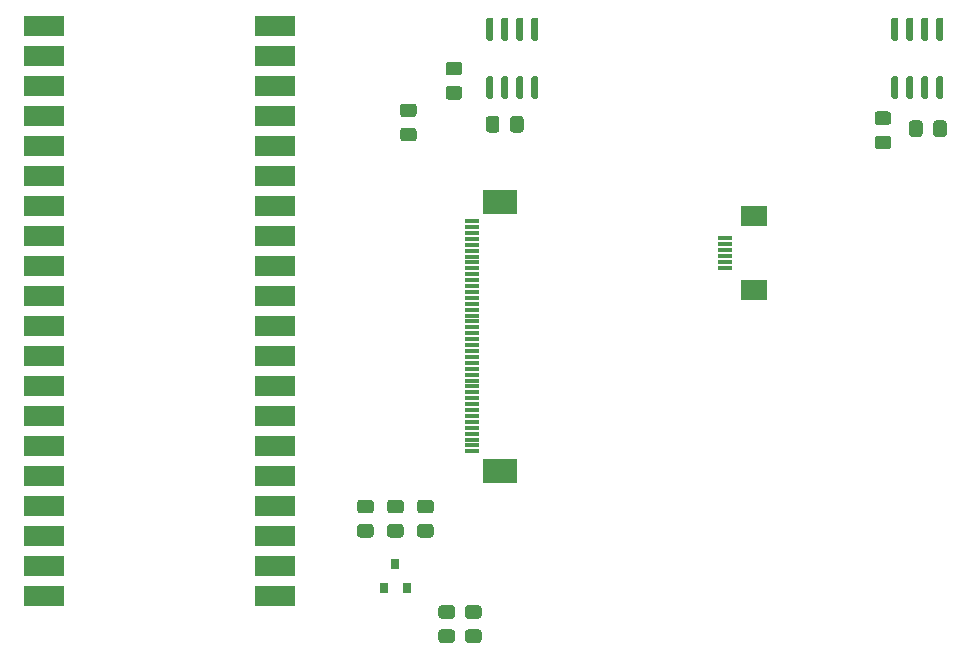
<source format=gtp>
G04 #@! TF.GenerationSoftware,KiCad,Pcbnew,(5.1.10-1-10_14)*
G04 #@! TF.CreationDate,2021-10-20T12:02:30-05:00*
G04 #@! TF.ProjectId,stepper_analyzer,73746570-7065-4725-9f61-6e616c797a65,rev?*
G04 #@! TF.SameCoordinates,Original*
G04 #@! TF.FileFunction,Paste,Top*
G04 #@! TF.FilePolarity,Positive*
%FSLAX46Y46*%
G04 Gerber Fmt 4.6, Leading zero omitted, Abs format (unit mm)*
G04 Created by KiCad (PCBNEW (5.1.10-1-10_14)) date 2021-10-20 12:02:30*
%MOMM*%
%LPD*%
G01*
G04 APERTURE LIST*
%ADD10R,3.500000X1.700000*%
%ADD11R,0.800000X0.900000*%
%ADD12R,3.000000X2.000000*%
%ADD13R,1.300000X0.300000*%
%ADD14R,2.200000X1.800000*%
G04 APERTURE END LIST*
G36*
G01*
X47760001Y4975000D02*
X46859999Y4975000D01*
G75*
G02*
X46610000Y5224999I0J249999D01*
G01*
X46610000Y5875001D01*
G75*
G02*
X46859999Y6125000I249999J0D01*
G01*
X47760001Y6125000D01*
G75*
G02*
X48010000Y5875001I0J-249999D01*
G01*
X48010000Y5224999D01*
G75*
G02*
X47760001Y4975000I-249999J0D01*
G01*
G37*
G36*
G01*
X47760001Y2925000D02*
X46859999Y2925000D01*
G75*
G02*
X46610000Y3174999I0J249999D01*
G01*
X46610000Y3825001D01*
G75*
G02*
X46859999Y4075000I249999J0D01*
G01*
X47760001Y4075000D01*
G75*
G02*
X48010000Y3825001I0J-249999D01*
G01*
X48010000Y3174999D01*
G75*
G02*
X47760001Y2925000I-249999J0D01*
G01*
G37*
D10*
X32790000Y6870000D03*
X32790000Y9410000D03*
X32790000Y11950000D03*
X32790000Y14490000D03*
X32790000Y17030000D03*
X32790000Y19570000D03*
X32790000Y22110000D03*
X32790000Y24650000D03*
X32790000Y27190000D03*
X32790000Y29730000D03*
X32790000Y32270000D03*
X32790000Y34810000D03*
X32790000Y37350000D03*
X32790000Y39890000D03*
X32790000Y42430000D03*
X32790000Y44970000D03*
X32790000Y47510000D03*
X32790000Y50050000D03*
X32790000Y52590000D03*
X32790000Y55130000D03*
X13210000Y6870000D03*
X13210000Y9410000D03*
X13210000Y11950000D03*
X13210000Y14490000D03*
X13210000Y17030000D03*
X13210000Y19570000D03*
X13210000Y22110000D03*
X13210000Y24650000D03*
X13210000Y27190000D03*
X13210000Y29730000D03*
X13210000Y32270000D03*
X13210000Y34810000D03*
X13210000Y37350000D03*
X13210000Y39890000D03*
X13210000Y42430000D03*
X13210000Y44970000D03*
X13210000Y47510000D03*
X13210000Y50050000D03*
X13210000Y52590000D03*
X13210000Y55130000D03*
G36*
G01*
X48367001Y50982000D02*
X47466999Y50982000D01*
G75*
G02*
X47217000Y51231999I0J249999D01*
G01*
X47217000Y51882001D01*
G75*
G02*
X47466999Y52132000I249999J0D01*
G01*
X48367001Y52132000D01*
G75*
G02*
X48617000Y51882001I0J-249999D01*
G01*
X48617000Y51231999D01*
G75*
G02*
X48367001Y50982000I-249999J0D01*
G01*
G37*
G36*
G01*
X48367001Y48932000D02*
X47466999Y48932000D01*
G75*
G02*
X47217000Y49181999I0J249999D01*
G01*
X47217000Y49832001D01*
G75*
G02*
X47466999Y50082000I249999J0D01*
G01*
X48367001Y50082000D01*
G75*
G02*
X48617000Y49832001I0J-249999D01*
G01*
X48617000Y49181999D01*
G75*
G02*
X48367001Y48932000I-249999J0D01*
G01*
G37*
G36*
G01*
X84689001Y46782000D02*
X83788999Y46782000D01*
G75*
G02*
X83539000Y47031999I0J249999D01*
G01*
X83539000Y47682001D01*
G75*
G02*
X83788999Y47932000I249999J0D01*
G01*
X84689001Y47932000D01*
G75*
G02*
X84939000Y47682001I0J-249999D01*
G01*
X84939000Y47031999D01*
G75*
G02*
X84689001Y46782000I-249999J0D01*
G01*
G37*
G36*
G01*
X84689001Y44732000D02*
X83788999Y44732000D01*
G75*
G02*
X83539000Y44981999I0J249999D01*
G01*
X83539000Y45632001D01*
G75*
G02*
X83788999Y45882000I249999J0D01*
G01*
X84689001Y45882000D01*
G75*
G02*
X84939000Y45632001I0J-249999D01*
G01*
X84939000Y44981999D01*
G75*
G02*
X84689001Y44732000I-249999J0D01*
G01*
G37*
G36*
G01*
X50010001Y4975000D02*
X49109999Y4975000D01*
G75*
G02*
X48860000Y5224999I0J249999D01*
G01*
X48860000Y5875001D01*
G75*
G02*
X49109999Y6125000I249999J0D01*
G01*
X50010001Y6125000D01*
G75*
G02*
X50260000Y5875001I0J-249999D01*
G01*
X50260000Y5224999D01*
G75*
G02*
X50010001Y4975000I-249999J0D01*
G01*
G37*
G36*
G01*
X50010001Y2925000D02*
X49109999Y2925000D01*
G75*
G02*
X48860000Y3174999I0J249999D01*
G01*
X48860000Y3825001D01*
G75*
G02*
X49109999Y4075000I249999J0D01*
G01*
X50010001Y4075000D01*
G75*
G02*
X50260000Y3825001I0J-249999D01*
G01*
X50260000Y3174999D01*
G75*
G02*
X50010001Y2925000I-249999J0D01*
G01*
G37*
D11*
X42964000Y9622000D03*
X43914000Y7622000D03*
X42014000Y7622000D03*
G36*
G01*
X44510001Y47450000D02*
X43609999Y47450000D01*
G75*
G02*
X43360000Y47699999I0J249999D01*
G01*
X43360000Y48350001D01*
G75*
G02*
X43609999Y48600000I249999J0D01*
G01*
X44510001Y48600000D01*
G75*
G02*
X44760000Y48350001I0J-249999D01*
G01*
X44760000Y47699999D01*
G75*
G02*
X44510001Y47450000I-249999J0D01*
G01*
G37*
G36*
G01*
X44510001Y45400000D02*
X43609999Y45400000D01*
G75*
G02*
X43360000Y45649999I0J249999D01*
G01*
X43360000Y46300001D01*
G75*
G02*
X43609999Y46550000I249999J0D01*
G01*
X44510001Y46550000D01*
G75*
G02*
X44760000Y46300001I0J-249999D01*
G01*
X44760000Y45649999D01*
G75*
G02*
X44510001Y45400000I-249999J0D01*
G01*
G37*
D12*
X51800000Y40300000D03*
X51800000Y17500000D03*
D13*
X49450000Y19150000D03*
X49450000Y19650000D03*
X49450000Y20150000D03*
X49450000Y20650000D03*
X49450000Y21150000D03*
X49450000Y21650000D03*
X49450000Y22150000D03*
X49450000Y22650000D03*
X49450000Y23150000D03*
X49450000Y23650000D03*
X49450000Y24150000D03*
X49450000Y24650000D03*
X49450000Y25150000D03*
X49450000Y25650000D03*
X49450000Y26150000D03*
X49450000Y26650000D03*
X49450000Y27150000D03*
X49450000Y27650000D03*
X49450000Y28150000D03*
X49450000Y28650000D03*
X49450000Y29150000D03*
X49450000Y29650000D03*
X49450000Y30150000D03*
X49450000Y30650000D03*
X49450000Y31150000D03*
X49450000Y31650000D03*
X49450000Y32150000D03*
X49450000Y32650000D03*
X49450000Y33150000D03*
X49450000Y33650000D03*
X49450000Y34150000D03*
X49450000Y34650000D03*
X49450000Y35150000D03*
X49450000Y35650000D03*
X49450000Y36150000D03*
X49450000Y36650000D03*
X49450000Y37150000D03*
X49450000Y37650000D03*
X49450000Y38150000D03*
X49450000Y38650000D03*
G36*
G01*
X88915000Y50935000D02*
X89215000Y50935000D01*
G75*
G02*
X89365000Y50785000I0J-150000D01*
G01*
X89365000Y49135000D01*
G75*
G02*
X89215000Y48985000I-150000J0D01*
G01*
X88915000Y48985000D01*
G75*
G02*
X88765000Y49135000I0J150000D01*
G01*
X88765000Y50785000D01*
G75*
G02*
X88915000Y50935000I150000J0D01*
G01*
G37*
G36*
G01*
X87645000Y50935000D02*
X87945000Y50935000D01*
G75*
G02*
X88095000Y50785000I0J-150000D01*
G01*
X88095000Y49135000D01*
G75*
G02*
X87945000Y48985000I-150000J0D01*
G01*
X87645000Y48985000D01*
G75*
G02*
X87495000Y49135000I0J150000D01*
G01*
X87495000Y50785000D01*
G75*
G02*
X87645000Y50935000I150000J0D01*
G01*
G37*
G36*
G01*
X86375000Y50935000D02*
X86675000Y50935000D01*
G75*
G02*
X86825000Y50785000I0J-150000D01*
G01*
X86825000Y49135000D01*
G75*
G02*
X86675000Y48985000I-150000J0D01*
G01*
X86375000Y48985000D01*
G75*
G02*
X86225000Y49135000I0J150000D01*
G01*
X86225000Y50785000D01*
G75*
G02*
X86375000Y50935000I150000J0D01*
G01*
G37*
G36*
G01*
X85105000Y50935000D02*
X85405000Y50935000D01*
G75*
G02*
X85555000Y50785000I0J-150000D01*
G01*
X85555000Y49135000D01*
G75*
G02*
X85405000Y48985000I-150000J0D01*
G01*
X85105000Y48985000D01*
G75*
G02*
X84955000Y49135000I0J150000D01*
G01*
X84955000Y50785000D01*
G75*
G02*
X85105000Y50935000I150000J0D01*
G01*
G37*
G36*
G01*
X85105000Y55885000D02*
X85405000Y55885000D01*
G75*
G02*
X85555000Y55735000I0J-150000D01*
G01*
X85555000Y54085000D01*
G75*
G02*
X85405000Y53935000I-150000J0D01*
G01*
X85105000Y53935000D01*
G75*
G02*
X84955000Y54085000I0J150000D01*
G01*
X84955000Y55735000D01*
G75*
G02*
X85105000Y55885000I150000J0D01*
G01*
G37*
G36*
G01*
X86375000Y55885000D02*
X86675000Y55885000D01*
G75*
G02*
X86825000Y55735000I0J-150000D01*
G01*
X86825000Y54085000D01*
G75*
G02*
X86675000Y53935000I-150000J0D01*
G01*
X86375000Y53935000D01*
G75*
G02*
X86225000Y54085000I0J150000D01*
G01*
X86225000Y55735000D01*
G75*
G02*
X86375000Y55885000I150000J0D01*
G01*
G37*
G36*
G01*
X87645000Y55885000D02*
X87945000Y55885000D01*
G75*
G02*
X88095000Y55735000I0J-150000D01*
G01*
X88095000Y54085000D01*
G75*
G02*
X87945000Y53935000I-150000J0D01*
G01*
X87645000Y53935000D01*
G75*
G02*
X87495000Y54085000I0J150000D01*
G01*
X87495000Y55735000D01*
G75*
G02*
X87645000Y55885000I150000J0D01*
G01*
G37*
G36*
G01*
X88915000Y55885000D02*
X89215000Y55885000D01*
G75*
G02*
X89365000Y55735000I0J-150000D01*
G01*
X89365000Y54085000D01*
G75*
G02*
X89215000Y53935000I-150000J0D01*
G01*
X88915000Y53935000D01*
G75*
G02*
X88765000Y54085000I0J150000D01*
G01*
X88765000Y55735000D01*
G75*
G02*
X88915000Y55885000I150000J0D01*
G01*
G37*
G36*
G01*
X54625000Y50935000D02*
X54925000Y50935000D01*
G75*
G02*
X55075000Y50785000I0J-150000D01*
G01*
X55075000Y49135000D01*
G75*
G02*
X54925000Y48985000I-150000J0D01*
G01*
X54625000Y48985000D01*
G75*
G02*
X54475000Y49135000I0J150000D01*
G01*
X54475000Y50785000D01*
G75*
G02*
X54625000Y50935000I150000J0D01*
G01*
G37*
G36*
G01*
X53355000Y50935000D02*
X53655000Y50935000D01*
G75*
G02*
X53805000Y50785000I0J-150000D01*
G01*
X53805000Y49135000D01*
G75*
G02*
X53655000Y48985000I-150000J0D01*
G01*
X53355000Y48985000D01*
G75*
G02*
X53205000Y49135000I0J150000D01*
G01*
X53205000Y50785000D01*
G75*
G02*
X53355000Y50935000I150000J0D01*
G01*
G37*
G36*
G01*
X52085000Y50935000D02*
X52385000Y50935000D01*
G75*
G02*
X52535000Y50785000I0J-150000D01*
G01*
X52535000Y49135000D01*
G75*
G02*
X52385000Y48985000I-150000J0D01*
G01*
X52085000Y48985000D01*
G75*
G02*
X51935000Y49135000I0J150000D01*
G01*
X51935000Y50785000D01*
G75*
G02*
X52085000Y50935000I150000J0D01*
G01*
G37*
G36*
G01*
X50815000Y50935000D02*
X51115000Y50935000D01*
G75*
G02*
X51265000Y50785000I0J-150000D01*
G01*
X51265000Y49135000D01*
G75*
G02*
X51115000Y48985000I-150000J0D01*
G01*
X50815000Y48985000D01*
G75*
G02*
X50665000Y49135000I0J150000D01*
G01*
X50665000Y50785000D01*
G75*
G02*
X50815000Y50935000I150000J0D01*
G01*
G37*
G36*
G01*
X50815000Y55885000D02*
X51115000Y55885000D01*
G75*
G02*
X51265000Y55735000I0J-150000D01*
G01*
X51265000Y54085000D01*
G75*
G02*
X51115000Y53935000I-150000J0D01*
G01*
X50815000Y53935000D01*
G75*
G02*
X50665000Y54085000I0J150000D01*
G01*
X50665000Y55735000D01*
G75*
G02*
X50815000Y55885000I150000J0D01*
G01*
G37*
G36*
G01*
X52085000Y55885000D02*
X52385000Y55885000D01*
G75*
G02*
X52535000Y55735000I0J-150000D01*
G01*
X52535000Y54085000D01*
G75*
G02*
X52385000Y53935000I-150000J0D01*
G01*
X52085000Y53935000D01*
G75*
G02*
X51935000Y54085000I0J150000D01*
G01*
X51935000Y55735000D01*
G75*
G02*
X52085000Y55885000I150000J0D01*
G01*
G37*
G36*
G01*
X53355000Y55885000D02*
X53655000Y55885000D01*
G75*
G02*
X53805000Y55735000I0J-150000D01*
G01*
X53805000Y54085000D01*
G75*
G02*
X53655000Y53935000I-150000J0D01*
G01*
X53355000Y53935000D01*
G75*
G02*
X53205000Y54085000I0J150000D01*
G01*
X53205000Y55735000D01*
G75*
G02*
X53355000Y55885000I150000J0D01*
G01*
G37*
G36*
G01*
X54625000Y55885000D02*
X54925000Y55885000D01*
G75*
G02*
X55075000Y55735000I0J-150000D01*
G01*
X55075000Y54085000D01*
G75*
G02*
X54925000Y53935000I-150000J0D01*
G01*
X54625000Y53935000D01*
G75*
G02*
X54475000Y54085000I0J150000D01*
G01*
X54475000Y55735000D01*
G75*
G02*
X54625000Y55885000I150000J0D01*
G01*
G37*
G36*
G01*
X88499000Y46017999D02*
X88499000Y46918001D01*
G75*
G02*
X88748999Y47168000I249999J0D01*
G01*
X89399001Y47168000D01*
G75*
G02*
X89649000Y46918001I0J-249999D01*
G01*
X89649000Y46017999D01*
G75*
G02*
X89399001Y45768000I-249999J0D01*
G01*
X88748999Y45768000D01*
G75*
G02*
X88499000Y46017999I0J249999D01*
G01*
G37*
G36*
G01*
X86449000Y46017999D02*
X86449000Y46918001D01*
G75*
G02*
X86698999Y47168000I249999J0D01*
G01*
X87349001Y47168000D01*
G75*
G02*
X87599000Y46918001I0J-249999D01*
G01*
X87599000Y46017999D01*
G75*
G02*
X87349001Y45768000I-249999J0D01*
G01*
X86698999Y45768000D01*
G75*
G02*
X86449000Y46017999I0J249999D01*
G01*
G37*
G36*
G01*
X52676000Y46398999D02*
X52676000Y47299001D01*
G75*
G02*
X52925999Y47549000I249999J0D01*
G01*
X53576001Y47549000D01*
G75*
G02*
X53826000Y47299001I0J-249999D01*
G01*
X53826000Y46398999D01*
G75*
G02*
X53576001Y46149000I-249999J0D01*
G01*
X52925999Y46149000D01*
G75*
G02*
X52676000Y46398999I0J249999D01*
G01*
G37*
G36*
G01*
X50626000Y46398999D02*
X50626000Y47299001D01*
G75*
G02*
X50875999Y47549000I249999J0D01*
G01*
X51526001Y47549000D01*
G75*
G02*
X51776000Y47299001I0J-249999D01*
G01*
X51776000Y46398999D01*
G75*
G02*
X51526001Y46149000I-249999J0D01*
G01*
X50875999Y46149000D01*
G75*
G02*
X50626000Y46398999I0J249999D01*
G01*
G37*
G36*
G01*
X40874001Y13898000D02*
X39973999Y13898000D01*
G75*
G02*
X39724000Y14147999I0J249999D01*
G01*
X39724000Y14798001D01*
G75*
G02*
X39973999Y15048000I249999J0D01*
G01*
X40874001Y15048000D01*
G75*
G02*
X41124000Y14798001I0J-249999D01*
G01*
X41124000Y14147999D01*
G75*
G02*
X40874001Y13898000I-249999J0D01*
G01*
G37*
G36*
G01*
X40874001Y11848000D02*
X39973999Y11848000D01*
G75*
G02*
X39724000Y12097999I0J249999D01*
G01*
X39724000Y12748001D01*
G75*
G02*
X39973999Y12998000I249999J0D01*
G01*
X40874001Y12998000D01*
G75*
G02*
X41124000Y12748001I0J-249999D01*
G01*
X41124000Y12097999D01*
G75*
G02*
X40874001Y11848000I-249999J0D01*
G01*
G37*
G36*
G01*
X43414001Y13898000D02*
X42513999Y13898000D01*
G75*
G02*
X42264000Y14147999I0J249999D01*
G01*
X42264000Y14798001D01*
G75*
G02*
X42513999Y15048000I249999J0D01*
G01*
X43414001Y15048000D01*
G75*
G02*
X43664000Y14798001I0J-249999D01*
G01*
X43664000Y14147999D01*
G75*
G02*
X43414001Y13898000I-249999J0D01*
G01*
G37*
G36*
G01*
X43414001Y11848000D02*
X42513999Y11848000D01*
G75*
G02*
X42264000Y12097999I0J249999D01*
G01*
X42264000Y12748001D01*
G75*
G02*
X42513999Y12998000I249999J0D01*
G01*
X43414001Y12998000D01*
G75*
G02*
X43664000Y12748001I0J-249999D01*
G01*
X43664000Y12097999D01*
G75*
G02*
X43414001Y11848000I-249999J0D01*
G01*
G37*
G36*
G01*
X45954001Y13898000D02*
X45053999Y13898000D01*
G75*
G02*
X44804000Y14147999I0J249999D01*
G01*
X44804000Y14798001D01*
G75*
G02*
X45053999Y15048000I249999J0D01*
G01*
X45954001Y15048000D01*
G75*
G02*
X46204000Y14798001I0J-249999D01*
G01*
X46204000Y14147999D01*
G75*
G02*
X45954001Y13898000I-249999J0D01*
G01*
G37*
G36*
G01*
X45954001Y11848000D02*
X45053999Y11848000D01*
G75*
G02*
X44804000Y12097999I0J249999D01*
G01*
X44804000Y12748001D01*
G75*
G02*
X45053999Y12998000I249999J0D01*
G01*
X45954001Y12998000D01*
G75*
G02*
X46204000Y12748001I0J-249999D01*
G01*
X46204000Y12097999D01*
G75*
G02*
X45954001Y11848000I-249999J0D01*
G01*
G37*
X70830000Y37180000D03*
X70830000Y36680000D03*
X70830000Y36180000D03*
X70830000Y35680000D03*
X70830000Y35180000D03*
X70830000Y34680000D03*
D14*
X73330000Y32780000D03*
X73330000Y39080000D03*
M02*

</source>
